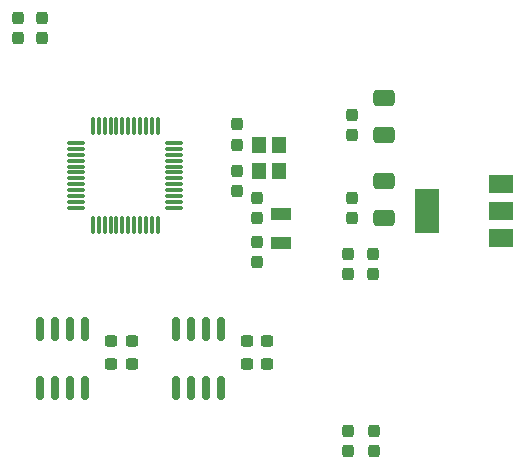
<source format=gtp>
%TF.GenerationSoftware,KiCad,Pcbnew,(5.99.0-12896-g1860893d63)*%
%TF.CreationDate,2021-11-27T00:19:13+08:00*%
%TF.ProjectId,GD32_SPINE,47443332-5f53-4504-994e-452e6b696361,rev?*%
%TF.SameCoordinates,Original*%
%TF.FileFunction,Paste,Top*%
%TF.FilePolarity,Positive*%
%FSLAX46Y46*%
G04 Gerber Fmt 4.6, Leading zero omitted, Abs format (unit mm)*
G04 Created by KiCad (PCBNEW (5.99.0-12896-g1860893d63)) date 2021-11-27 00:19:13*
%MOMM*%
%LPD*%
G01*
G04 APERTURE LIST*
G04 Aperture macros list*
%AMRoundRect*
0 Rectangle with rounded corners*
0 $1 Rounding radius*
0 $2 $3 $4 $5 $6 $7 $8 $9 X,Y pos of 4 corners*
0 Add a 4 corners polygon primitive as box body*
4,1,4,$2,$3,$4,$5,$6,$7,$8,$9,$2,$3,0*
0 Add four circle primitives for the rounded corners*
1,1,$1+$1,$2,$3*
1,1,$1+$1,$4,$5*
1,1,$1+$1,$6,$7*
1,1,$1+$1,$8,$9*
0 Add four rect primitives between the rounded corners*
20,1,$1+$1,$2,$3,$4,$5,0*
20,1,$1+$1,$4,$5,$6,$7,0*
20,1,$1+$1,$6,$7,$8,$9,0*
20,1,$1+$1,$8,$9,$2,$3,0*%
G04 Aperture macros list end*
%ADD10RoundRect,0.237500X-0.237500X0.300000X-0.237500X-0.300000X0.237500X-0.300000X0.237500X0.300000X0*%
%ADD11RoundRect,0.237500X0.237500X-0.300000X0.237500X0.300000X-0.237500X0.300000X-0.237500X-0.300000X0*%
%ADD12RoundRect,0.250000X0.650000X-0.412500X0.650000X0.412500X-0.650000X0.412500X-0.650000X-0.412500X0*%
%ADD13RoundRect,0.150000X-0.150000X0.825000X-0.150000X-0.825000X0.150000X-0.825000X0.150000X0.825000X0*%
%ADD14RoundRect,0.237500X0.300000X0.237500X-0.300000X0.237500X-0.300000X-0.237500X0.300000X-0.237500X0*%
%ADD15R,1.200000X1.400000*%
%ADD16R,2.000000X1.500000*%
%ADD17R,2.000000X3.800000*%
%ADD18RoundRect,0.075000X0.662500X0.075000X-0.662500X0.075000X-0.662500X-0.075000X0.662500X-0.075000X0*%
%ADD19RoundRect,0.075000X0.075000X0.662500X-0.075000X0.662500X-0.075000X-0.662500X0.075000X-0.662500X0*%
%ADD20R,1.800000X1.000000*%
G04 APERTURE END LIST*
D10*
%TO.C,R5*%
X136800000Y-81137500D03*
X136800000Y-82862500D03*
%TD*%
D11*
%TO.C,C1*%
X125250000Y-75812500D03*
X125250000Y-74087500D03*
%TD*%
D10*
%TO.C,R3*%
X134700000Y-81137500D03*
X134700000Y-82862500D03*
%TD*%
D11*
%TO.C,R7*%
X108750000Y-62862500D03*
X108750000Y-61137500D03*
%TD*%
%TO.C,C6*%
X135000000Y-71112500D03*
X135000000Y-69387500D03*
%TD*%
D12*
%TO.C,C5*%
X137750000Y-71062500D03*
X137750000Y-67937500D03*
%TD*%
D11*
%TO.C,R4*%
X134700000Y-97872500D03*
X134700000Y-96147500D03*
%TD*%
D10*
%TO.C,C9*%
X106750000Y-61137500D03*
X106750000Y-62862500D03*
%TD*%
D13*
%TO.C,U3*%
X123905000Y-87525000D03*
X122635000Y-87525000D03*
X121365000Y-87525000D03*
X120095000Y-87525000D03*
X120095000Y-92475000D03*
X121365000Y-92475000D03*
X122635000Y-92475000D03*
X123905000Y-92475000D03*
%TD*%
D11*
%TO.C,C3*%
X127000000Y-81862500D03*
X127000000Y-80137500D03*
%TD*%
D14*
%TO.C,R9*%
X127862500Y-90500000D03*
X126137500Y-90500000D03*
%TD*%
D13*
%TO.C,U4*%
X112405000Y-87525000D03*
X111135000Y-87525000D03*
X109865000Y-87525000D03*
X108595000Y-87525000D03*
X108595000Y-92475000D03*
X109865000Y-92475000D03*
X111135000Y-92475000D03*
X112405000Y-92475000D03*
%TD*%
D15*
%TO.C,Y1*%
X127150000Y-71900000D03*
X127150000Y-74100000D03*
X128850000Y-74100000D03*
X128850000Y-71900000D03*
%TD*%
D14*
%TO.C,R1*%
X116362500Y-88500000D03*
X114637500Y-88500000D03*
%TD*%
D16*
%TO.C,U2*%
X147650000Y-79800000D03*
D17*
X141350000Y-77500000D03*
D16*
X147650000Y-77500000D03*
X147650000Y-75200000D03*
%TD*%
D11*
%TO.C,C8*%
X135000000Y-78112500D03*
X135000000Y-76387500D03*
%TD*%
D12*
%TO.C,C7*%
X137700000Y-78062500D03*
X137700000Y-74937500D03*
%TD*%
D18*
%TO.C,U1*%
X119986500Y-77250000D03*
X119986500Y-76750000D03*
X119986500Y-76250000D03*
X119986500Y-75750000D03*
X119986500Y-75250000D03*
X119986500Y-74750000D03*
X119986500Y-74250000D03*
X119986500Y-73750000D03*
X119986500Y-73250000D03*
X119986500Y-72750000D03*
X119986500Y-72250000D03*
X119986500Y-71750000D03*
D19*
X118574000Y-70337500D03*
X118074000Y-70337500D03*
X117574000Y-70337500D03*
X117074000Y-70337500D03*
X116574000Y-70337500D03*
X116074000Y-70337500D03*
X115574000Y-70337500D03*
X115074000Y-70337500D03*
X114574000Y-70337500D03*
X114074000Y-70337500D03*
X113574000Y-70337500D03*
X113074000Y-70337500D03*
D18*
X111661500Y-71750000D03*
X111661500Y-72250000D03*
X111661500Y-72750000D03*
X111661500Y-73250000D03*
X111661500Y-73750000D03*
X111661500Y-74250000D03*
X111661500Y-74750000D03*
X111661500Y-75250000D03*
X111661500Y-75750000D03*
X111661500Y-76250000D03*
X111661500Y-76750000D03*
X111661500Y-77250000D03*
D19*
X113074000Y-78662500D03*
X113574000Y-78662500D03*
X114074000Y-78662500D03*
X114574000Y-78662500D03*
X115074000Y-78662500D03*
X115574000Y-78662500D03*
X116074000Y-78662500D03*
X116574000Y-78662500D03*
X117074000Y-78662500D03*
X117574000Y-78662500D03*
X118074000Y-78662500D03*
X118574000Y-78662500D03*
%TD*%
D10*
%TO.C,C4*%
X127000000Y-76387500D03*
X127000000Y-78112500D03*
%TD*%
D11*
%TO.C,R6*%
X136900000Y-97872500D03*
X136900000Y-96147500D03*
%TD*%
D20*
%TO.C,Y2*%
X129000000Y-77750000D03*
X129000000Y-80250000D03*
%TD*%
D10*
%TO.C,C2*%
X125250000Y-70162500D03*
X125250000Y-71887500D03*
%TD*%
D14*
%TO.C,R2*%
X116362500Y-90500000D03*
X114637500Y-90500000D03*
%TD*%
%TO.C,R8*%
X127862500Y-88500000D03*
X126137500Y-88500000D03*
%TD*%
M02*

</source>
